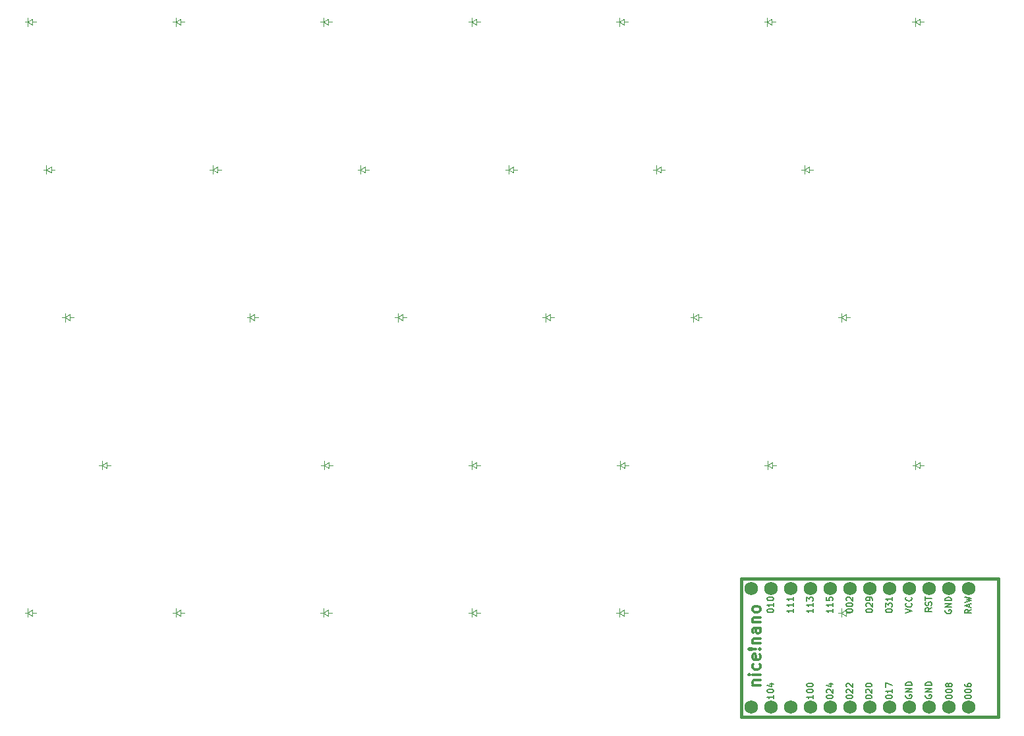
<source format=gbr>
%TF.GenerationSoftware,KiCad,Pcbnew,9.0.7*%
%TF.CreationDate,2026-01-20T23:15:53-08:00*%
%TF.ProjectId,left,6c656674-2e6b-4696-9361-645f70636258,v1.0.0*%
%TF.SameCoordinates,Original*%
%TF.FileFunction,Legend,Top*%
%TF.FilePolarity,Positive*%
%FSLAX46Y46*%
G04 Gerber Fmt 4.6, Leading zero omitted, Abs format (unit mm)*
G04 Created by KiCad (PCBNEW 9.0.7) date 2026-01-20 23:15:53*
%MOMM*%
%LPD*%
G01*
G04 APERTURE LIST*
%ADD10C,0.150000*%
%ADD11C,0.300000*%
%ADD12C,0.100000*%
%ADD13C,0.381000*%
%ADD14C,1.752600*%
G04 APERTURE END LIST*
D10*
X217555390Y-146154856D02*
X217517295Y-146231046D01*
X217517295Y-146231046D02*
X217517295Y-146345332D01*
X217517295Y-146345332D02*
X217555390Y-146459618D01*
X217555390Y-146459618D02*
X217631580Y-146535808D01*
X217631580Y-146535808D02*
X217707771Y-146573903D01*
X217707771Y-146573903D02*
X217860152Y-146611999D01*
X217860152Y-146611999D02*
X217974438Y-146611999D01*
X217974438Y-146611999D02*
X218126819Y-146573903D01*
X218126819Y-146573903D02*
X218203009Y-146535808D01*
X218203009Y-146535808D02*
X218279200Y-146459618D01*
X218279200Y-146459618D02*
X218317295Y-146345332D01*
X218317295Y-146345332D02*
X218317295Y-146269141D01*
X218317295Y-146269141D02*
X218279200Y-146154856D01*
X218279200Y-146154856D02*
X218241104Y-146116760D01*
X218241104Y-146116760D02*
X217974438Y-146116760D01*
X217974438Y-146116760D02*
X217974438Y-146269141D01*
X218317295Y-145773903D02*
X217517295Y-145773903D01*
X217517295Y-145773903D02*
X218317295Y-145316760D01*
X218317295Y-145316760D02*
X217517295Y-145316760D01*
X218317295Y-144935808D02*
X217517295Y-144935808D01*
X217517295Y-144935808D02*
X217517295Y-144745332D01*
X217517295Y-144745332D02*
X217555390Y-144631046D01*
X217555390Y-144631046D02*
X217631580Y-144554856D01*
X217631580Y-144554856D02*
X217707771Y-144516761D01*
X217707771Y-144516761D02*
X217860152Y-144478665D01*
X217860152Y-144478665D02*
X217974438Y-144478665D01*
X217974438Y-144478665D02*
X218126819Y-144516761D01*
X218126819Y-144516761D02*
X218203009Y-144554856D01*
X218203009Y-144554856D02*
X218279200Y-144631046D01*
X218279200Y-144631046D02*
X218317295Y-144745332D01*
X218317295Y-144745332D02*
X218317295Y-144935808D01*
X212475390Y-157070523D02*
X212437295Y-157146713D01*
X212437295Y-157146713D02*
X212437295Y-157260999D01*
X212437295Y-157260999D02*
X212475390Y-157375285D01*
X212475390Y-157375285D02*
X212551580Y-157451475D01*
X212551580Y-157451475D02*
X212627771Y-157489570D01*
X212627771Y-157489570D02*
X212780152Y-157527666D01*
X212780152Y-157527666D02*
X212894438Y-157527666D01*
X212894438Y-157527666D02*
X213046819Y-157489570D01*
X213046819Y-157489570D02*
X213123009Y-157451475D01*
X213123009Y-157451475D02*
X213199200Y-157375285D01*
X213199200Y-157375285D02*
X213237295Y-157260999D01*
X213237295Y-157260999D02*
X213237295Y-157184808D01*
X213237295Y-157184808D02*
X213199200Y-157070523D01*
X213199200Y-157070523D02*
X213161104Y-157032427D01*
X213161104Y-157032427D02*
X212894438Y-157032427D01*
X212894438Y-157032427D02*
X212894438Y-157184808D01*
X213237295Y-156689570D02*
X212437295Y-156689570D01*
X212437295Y-156689570D02*
X213237295Y-156232427D01*
X213237295Y-156232427D02*
X212437295Y-156232427D01*
X213237295Y-155851475D02*
X212437295Y-155851475D01*
X212437295Y-155851475D02*
X212437295Y-155660999D01*
X212437295Y-155660999D02*
X212475390Y-155546713D01*
X212475390Y-155546713D02*
X212551580Y-155470523D01*
X212551580Y-155470523D02*
X212627771Y-155432428D01*
X212627771Y-155432428D02*
X212780152Y-155394332D01*
X212780152Y-155394332D02*
X212894438Y-155394332D01*
X212894438Y-155394332D02*
X213046819Y-155432428D01*
X213046819Y-155432428D02*
X213123009Y-155470523D01*
X213123009Y-155470523D02*
X213199200Y-155546713D01*
X213199200Y-155546713D02*
X213237295Y-155660999D01*
X213237295Y-155660999D02*
X213237295Y-155851475D01*
X220857295Y-146078665D02*
X220476342Y-146345332D01*
X220857295Y-146535808D02*
X220057295Y-146535808D01*
X220057295Y-146535808D02*
X220057295Y-146231046D01*
X220057295Y-146231046D02*
X220095390Y-146154856D01*
X220095390Y-146154856D02*
X220133485Y-146116761D01*
X220133485Y-146116761D02*
X220209676Y-146078665D01*
X220209676Y-146078665D02*
X220323961Y-146078665D01*
X220323961Y-146078665D02*
X220400152Y-146116761D01*
X220400152Y-146116761D02*
X220438247Y-146154856D01*
X220438247Y-146154856D02*
X220476342Y-146231046D01*
X220476342Y-146231046D02*
X220476342Y-146535808D01*
X220628723Y-145773904D02*
X220628723Y-145392951D01*
X220857295Y-145850094D02*
X220057295Y-145583427D01*
X220057295Y-145583427D02*
X220857295Y-145316761D01*
X220057295Y-145126285D02*
X220857295Y-144935809D01*
X220857295Y-144935809D02*
X220285866Y-144783428D01*
X220285866Y-144783428D02*
X220857295Y-144631047D01*
X220857295Y-144631047D02*
X220057295Y-144440571D01*
X207357295Y-146262808D02*
X207357295Y-146186618D01*
X207357295Y-146186618D02*
X207395390Y-146110427D01*
X207395390Y-146110427D02*
X207433485Y-146072332D01*
X207433485Y-146072332D02*
X207509676Y-146034237D01*
X207509676Y-146034237D02*
X207662057Y-145996142D01*
X207662057Y-145996142D02*
X207852533Y-145996142D01*
X207852533Y-145996142D02*
X208004914Y-146034237D01*
X208004914Y-146034237D02*
X208081104Y-146072332D01*
X208081104Y-146072332D02*
X208119200Y-146110427D01*
X208119200Y-146110427D02*
X208157295Y-146186618D01*
X208157295Y-146186618D02*
X208157295Y-146262808D01*
X208157295Y-146262808D02*
X208119200Y-146338999D01*
X208119200Y-146338999D02*
X208081104Y-146377094D01*
X208081104Y-146377094D02*
X208004914Y-146415189D01*
X208004914Y-146415189D02*
X207852533Y-146453285D01*
X207852533Y-146453285D02*
X207662057Y-146453285D01*
X207662057Y-146453285D02*
X207509676Y-146415189D01*
X207509676Y-146415189D02*
X207433485Y-146377094D01*
X207433485Y-146377094D02*
X207395390Y-146338999D01*
X207395390Y-146338999D02*
X207357295Y-146262808D01*
X207433485Y-145691380D02*
X207395390Y-145653284D01*
X207395390Y-145653284D02*
X207357295Y-145577094D01*
X207357295Y-145577094D02*
X207357295Y-145386618D01*
X207357295Y-145386618D02*
X207395390Y-145310427D01*
X207395390Y-145310427D02*
X207433485Y-145272332D01*
X207433485Y-145272332D02*
X207509676Y-145234237D01*
X207509676Y-145234237D02*
X207585866Y-145234237D01*
X207585866Y-145234237D02*
X207700152Y-145272332D01*
X207700152Y-145272332D02*
X208157295Y-145729475D01*
X208157295Y-145729475D02*
X208157295Y-145234237D01*
X208157295Y-144853284D02*
X208157295Y-144700903D01*
X208157295Y-144700903D02*
X208119200Y-144624713D01*
X208119200Y-144624713D02*
X208081104Y-144586617D01*
X208081104Y-144586617D02*
X207966819Y-144510427D01*
X207966819Y-144510427D02*
X207814438Y-144472332D01*
X207814438Y-144472332D02*
X207509676Y-144472332D01*
X207509676Y-144472332D02*
X207433485Y-144510427D01*
X207433485Y-144510427D02*
X207395390Y-144548522D01*
X207395390Y-144548522D02*
X207357295Y-144624713D01*
X207357295Y-144624713D02*
X207357295Y-144777094D01*
X207357295Y-144777094D02*
X207395390Y-144853284D01*
X207395390Y-144853284D02*
X207433485Y-144891379D01*
X207433485Y-144891379D02*
X207509676Y-144929475D01*
X207509676Y-144929475D02*
X207700152Y-144929475D01*
X207700152Y-144929475D02*
X207776342Y-144891379D01*
X207776342Y-144891379D02*
X207814438Y-144853284D01*
X207814438Y-144853284D02*
X207852533Y-144777094D01*
X207852533Y-144777094D02*
X207852533Y-144624713D01*
X207852533Y-144624713D02*
X207814438Y-144548522D01*
X207814438Y-144548522D02*
X207776342Y-144510427D01*
X207776342Y-144510427D02*
X207700152Y-144472332D01*
X204817295Y-146262808D02*
X204817295Y-146186618D01*
X204817295Y-146186618D02*
X204855390Y-146110427D01*
X204855390Y-146110427D02*
X204893485Y-146072332D01*
X204893485Y-146072332D02*
X204969676Y-146034237D01*
X204969676Y-146034237D02*
X205122057Y-145996142D01*
X205122057Y-145996142D02*
X205312533Y-145996142D01*
X205312533Y-145996142D02*
X205464914Y-146034237D01*
X205464914Y-146034237D02*
X205541104Y-146072332D01*
X205541104Y-146072332D02*
X205579200Y-146110427D01*
X205579200Y-146110427D02*
X205617295Y-146186618D01*
X205617295Y-146186618D02*
X205617295Y-146262808D01*
X205617295Y-146262808D02*
X205579200Y-146338999D01*
X205579200Y-146338999D02*
X205541104Y-146377094D01*
X205541104Y-146377094D02*
X205464914Y-146415189D01*
X205464914Y-146415189D02*
X205312533Y-146453285D01*
X205312533Y-146453285D02*
X205122057Y-146453285D01*
X205122057Y-146453285D02*
X204969676Y-146415189D01*
X204969676Y-146415189D02*
X204893485Y-146377094D01*
X204893485Y-146377094D02*
X204855390Y-146338999D01*
X204855390Y-146338999D02*
X204817295Y-146262808D01*
X204817295Y-145500903D02*
X204817295Y-145424713D01*
X204817295Y-145424713D02*
X204855390Y-145348522D01*
X204855390Y-145348522D02*
X204893485Y-145310427D01*
X204893485Y-145310427D02*
X204969676Y-145272332D01*
X204969676Y-145272332D02*
X205122057Y-145234237D01*
X205122057Y-145234237D02*
X205312533Y-145234237D01*
X205312533Y-145234237D02*
X205464914Y-145272332D01*
X205464914Y-145272332D02*
X205541104Y-145310427D01*
X205541104Y-145310427D02*
X205579200Y-145348522D01*
X205579200Y-145348522D02*
X205617295Y-145424713D01*
X205617295Y-145424713D02*
X205617295Y-145500903D01*
X205617295Y-145500903D02*
X205579200Y-145577094D01*
X205579200Y-145577094D02*
X205541104Y-145615189D01*
X205541104Y-145615189D02*
X205464914Y-145653284D01*
X205464914Y-145653284D02*
X205312533Y-145691380D01*
X205312533Y-145691380D02*
X205122057Y-145691380D01*
X205122057Y-145691380D02*
X204969676Y-145653284D01*
X204969676Y-145653284D02*
X204893485Y-145615189D01*
X204893485Y-145615189D02*
X204855390Y-145577094D01*
X204855390Y-145577094D02*
X204817295Y-145500903D01*
X204893485Y-144929475D02*
X204855390Y-144891379D01*
X204855390Y-144891379D02*
X204817295Y-144815189D01*
X204817295Y-144815189D02*
X204817295Y-144624713D01*
X204817295Y-144624713D02*
X204855390Y-144548522D01*
X204855390Y-144548522D02*
X204893485Y-144510427D01*
X204893485Y-144510427D02*
X204969676Y-144472332D01*
X204969676Y-144472332D02*
X205045866Y-144472332D01*
X205045866Y-144472332D02*
X205160152Y-144510427D01*
X205160152Y-144510427D02*
X205617295Y-144967570D01*
X205617295Y-144967570D02*
X205617295Y-144472332D01*
X197997295Y-145996142D02*
X197997295Y-146453285D01*
X197997295Y-146224713D02*
X197197295Y-146224713D01*
X197197295Y-146224713D02*
X197311580Y-146300904D01*
X197311580Y-146300904D02*
X197387771Y-146377094D01*
X197387771Y-146377094D02*
X197425866Y-146453285D01*
X197997295Y-145234237D02*
X197997295Y-145691380D01*
X197997295Y-145462808D02*
X197197295Y-145462808D01*
X197197295Y-145462808D02*
X197311580Y-145538999D01*
X197311580Y-145538999D02*
X197387771Y-145615189D01*
X197387771Y-145615189D02*
X197425866Y-145691380D01*
X197997295Y-144472332D02*
X197997295Y-144929475D01*
X197997295Y-144700903D02*
X197197295Y-144700903D01*
X197197295Y-144700903D02*
X197311580Y-144777094D01*
X197311580Y-144777094D02*
X197387771Y-144853284D01*
X197387771Y-144853284D02*
X197425866Y-144929475D01*
X212437295Y-146529475D02*
X213237295Y-146262808D01*
X213237295Y-146262808D02*
X212437295Y-145996142D01*
X213161104Y-145272332D02*
X213199200Y-145310428D01*
X213199200Y-145310428D02*
X213237295Y-145424713D01*
X213237295Y-145424713D02*
X213237295Y-145500904D01*
X213237295Y-145500904D02*
X213199200Y-145615190D01*
X213199200Y-145615190D02*
X213123009Y-145691380D01*
X213123009Y-145691380D02*
X213046819Y-145729475D01*
X213046819Y-145729475D02*
X212894438Y-145767571D01*
X212894438Y-145767571D02*
X212780152Y-145767571D01*
X212780152Y-145767571D02*
X212627771Y-145729475D01*
X212627771Y-145729475D02*
X212551580Y-145691380D01*
X212551580Y-145691380D02*
X212475390Y-145615190D01*
X212475390Y-145615190D02*
X212437295Y-145500904D01*
X212437295Y-145500904D02*
X212437295Y-145424713D01*
X212437295Y-145424713D02*
X212475390Y-145310428D01*
X212475390Y-145310428D02*
X212513485Y-145272332D01*
X213161104Y-144472332D02*
X213199200Y-144510428D01*
X213199200Y-144510428D02*
X213237295Y-144624713D01*
X213237295Y-144624713D02*
X213237295Y-144700904D01*
X213237295Y-144700904D02*
X213199200Y-144815190D01*
X213199200Y-144815190D02*
X213123009Y-144891380D01*
X213123009Y-144891380D02*
X213046819Y-144929475D01*
X213046819Y-144929475D02*
X212894438Y-144967571D01*
X212894438Y-144967571D02*
X212780152Y-144967571D01*
X212780152Y-144967571D02*
X212627771Y-144929475D01*
X212627771Y-144929475D02*
X212551580Y-144891380D01*
X212551580Y-144891380D02*
X212475390Y-144815190D01*
X212475390Y-144815190D02*
X212437295Y-144700904D01*
X212437295Y-144700904D02*
X212437295Y-144624713D01*
X212437295Y-144624713D02*
X212475390Y-144510428D01*
X212475390Y-144510428D02*
X212513485Y-144472332D01*
X195457295Y-157070523D02*
X195457295Y-157527666D01*
X195457295Y-157299094D02*
X194657295Y-157299094D01*
X194657295Y-157299094D02*
X194771580Y-157375285D01*
X194771580Y-157375285D02*
X194847771Y-157451475D01*
X194847771Y-157451475D02*
X194885866Y-157527666D01*
X194657295Y-156575284D02*
X194657295Y-156499094D01*
X194657295Y-156499094D02*
X194695390Y-156422903D01*
X194695390Y-156422903D02*
X194733485Y-156384808D01*
X194733485Y-156384808D02*
X194809676Y-156346713D01*
X194809676Y-156346713D02*
X194962057Y-156308618D01*
X194962057Y-156308618D02*
X195152533Y-156308618D01*
X195152533Y-156308618D02*
X195304914Y-156346713D01*
X195304914Y-156346713D02*
X195381104Y-156384808D01*
X195381104Y-156384808D02*
X195419200Y-156422903D01*
X195419200Y-156422903D02*
X195457295Y-156499094D01*
X195457295Y-156499094D02*
X195457295Y-156575284D01*
X195457295Y-156575284D02*
X195419200Y-156651475D01*
X195419200Y-156651475D02*
X195381104Y-156689570D01*
X195381104Y-156689570D02*
X195304914Y-156727665D01*
X195304914Y-156727665D02*
X195152533Y-156765761D01*
X195152533Y-156765761D02*
X194962057Y-156765761D01*
X194962057Y-156765761D02*
X194809676Y-156727665D01*
X194809676Y-156727665D02*
X194733485Y-156689570D01*
X194733485Y-156689570D02*
X194695390Y-156651475D01*
X194695390Y-156651475D02*
X194657295Y-156575284D01*
X194923961Y-155622903D02*
X195457295Y-155622903D01*
X194619200Y-155813379D02*
X195190628Y-156003856D01*
X195190628Y-156003856D02*
X195190628Y-155508617D01*
X200537295Y-145996142D02*
X200537295Y-146453285D01*
X200537295Y-146224713D02*
X199737295Y-146224713D01*
X199737295Y-146224713D02*
X199851580Y-146300904D01*
X199851580Y-146300904D02*
X199927771Y-146377094D01*
X199927771Y-146377094D02*
X199965866Y-146453285D01*
X200537295Y-145234237D02*
X200537295Y-145691380D01*
X200537295Y-145462808D02*
X199737295Y-145462808D01*
X199737295Y-145462808D02*
X199851580Y-145538999D01*
X199851580Y-145538999D02*
X199927771Y-145615189D01*
X199927771Y-145615189D02*
X199965866Y-145691380D01*
X199737295Y-144967570D02*
X199737295Y-144472332D01*
X199737295Y-144472332D02*
X200042057Y-144738998D01*
X200042057Y-144738998D02*
X200042057Y-144624713D01*
X200042057Y-144624713D02*
X200080152Y-144548522D01*
X200080152Y-144548522D02*
X200118247Y-144510427D01*
X200118247Y-144510427D02*
X200194438Y-144472332D01*
X200194438Y-144472332D02*
X200384914Y-144472332D01*
X200384914Y-144472332D02*
X200461104Y-144510427D01*
X200461104Y-144510427D02*
X200499200Y-144548522D01*
X200499200Y-144548522D02*
X200537295Y-144624713D01*
X200537295Y-144624713D02*
X200537295Y-144853284D01*
X200537295Y-144853284D02*
X200499200Y-144929475D01*
X200499200Y-144929475D02*
X200461104Y-144967570D01*
X194657295Y-146262808D02*
X194657295Y-146186618D01*
X194657295Y-146186618D02*
X194695390Y-146110427D01*
X194695390Y-146110427D02*
X194733485Y-146072332D01*
X194733485Y-146072332D02*
X194809676Y-146034237D01*
X194809676Y-146034237D02*
X194962057Y-145996142D01*
X194962057Y-145996142D02*
X195152533Y-145996142D01*
X195152533Y-145996142D02*
X195304914Y-146034237D01*
X195304914Y-146034237D02*
X195381104Y-146072332D01*
X195381104Y-146072332D02*
X195419200Y-146110427D01*
X195419200Y-146110427D02*
X195457295Y-146186618D01*
X195457295Y-146186618D02*
X195457295Y-146262808D01*
X195457295Y-146262808D02*
X195419200Y-146338999D01*
X195419200Y-146338999D02*
X195381104Y-146377094D01*
X195381104Y-146377094D02*
X195304914Y-146415189D01*
X195304914Y-146415189D02*
X195152533Y-146453285D01*
X195152533Y-146453285D02*
X194962057Y-146453285D01*
X194962057Y-146453285D02*
X194809676Y-146415189D01*
X194809676Y-146415189D02*
X194733485Y-146377094D01*
X194733485Y-146377094D02*
X194695390Y-146338999D01*
X194695390Y-146338999D02*
X194657295Y-146262808D01*
X195457295Y-145234237D02*
X195457295Y-145691380D01*
X195457295Y-145462808D02*
X194657295Y-145462808D01*
X194657295Y-145462808D02*
X194771580Y-145538999D01*
X194771580Y-145538999D02*
X194847771Y-145615189D01*
X194847771Y-145615189D02*
X194885866Y-145691380D01*
X194657295Y-144738998D02*
X194657295Y-144662808D01*
X194657295Y-144662808D02*
X194695390Y-144586617D01*
X194695390Y-144586617D02*
X194733485Y-144548522D01*
X194733485Y-144548522D02*
X194809676Y-144510427D01*
X194809676Y-144510427D02*
X194962057Y-144472332D01*
X194962057Y-144472332D02*
X195152533Y-144472332D01*
X195152533Y-144472332D02*
X195304914Y-144510427D01*
X195304914Y-144510427D02*
X195381104Y-144548522D01*
X195381104Y-144548522D02*
X195419200Y-144586617D01*
X195419200Y-144586617D02*
X195457295Y-144662808D01*
X195457295Y-144662808D02*
X195457295Y-144738998D01*
X195457295Y-144738998D02*
X195419200Y-144815189D01*
X195419200Y-144815189D02*
X195381104Y-144853284D01*
X195381104Y-144853284D02*
X195304914Y-144891379D01*
X195304914Y-144891379D02*
X195152533Y-144929475D01*
X195152533Y-144929475D02*
X194962057Y-144929475D01*
X194962057Y-144929475D02*
X194809676Y-144891379D01*
X194809676Y-144891379D02*
X194733485Y-144853284D01*
X194733485Y-144853284D02*
X194695390Y-144815189D01*
X194695390Y-144815189D02*
X194657295Y-144738998D01*
D11*
X192741328Y-155781714D02*
X193741328Y-155781714D01*
X192884185Y-155781714D02*
X192812757Y-155710285D01*
X192812757Y-155710285D02*
X192741328Y-155567428D01*
X192741328Y-155567428D02*
X192741328Y-155353142D01*
X192741328Y-155353142D02*
X192812757Y-155210285D01*
X192812757Y-155210285D02*
X192955614Y-155138857D01*
X192955614Y-155138857D02*
X193741328Y-155138857D01*
X193741328Y-154424571D02*
X192741328Y-154424571D01*
X192241328Y-154424571D02*
X192312757Y-154495999D01*
X192312757Y-154495999D02*
X192384185Y-154424571D01*
X192384185Y-154424571D02*
X192312757Y-154353142D01*
X192312757Y-154353142D02*
X192241328Y-154424571D01*
X192241328Y-154424571D02*
X192384185Y-154424571D01*
X193669900Y-153067428D02*
X193741328Y-153210285D01*
X193741328Y-153210285D02*
X193741328Y-153495999D01*
X193741328Y-153495999D02*
X193669900Y-153638856D01*
X193669900Y-153638856D02*
X193598471Y-153710285D01*
X193598471Y-153710285D02*
X193455614Y-153781713D01*
X193455614Y-153781713D02*
X193027042Y-153781713D01*
X193027042Y-153781713D02*
X192884185Y-153710285D01*
X192884185Y-153710285D02*
X192812757Y-153638856D01*
X192812757Y-153638856D02*
X192741328Y-153495999D01*
X192741328Y-153495999D02*
X192741328Y-153210285D01*
X192741328Y-153210285D02*
X192812757Y-153067428D01*
X193669900Y-151853142D02*
X193741328Y-151995999D01*
X193741328Y-151995999D02*
X193741328Y-152281714D01*
X193741328Y-152281714D02*
X193669900Y-152424571D01*
X193669900Y-152424571D02*
X193527042Y-152495999D01*
X193527042Y-152495999D02*
X192955614Y-152495999D01*
X192955614Y-152495999D02*
X192812757Y-152424571D01*
X192812757Y-152424571D02*
X192741328Y-152281714D01*
X192741328Y-152281714D02*
X192741328Y-151995999D01*
X192741328Y-151995999D02*
X192812757Y-151853142D01*
X192812757Y-151853142D02*
X192955614Y-151781714D01*
X192955614Y-151781714D02*
X193098471Y-151781714D01*
X193098471Y-151781714D02*
X193241328Y-152495999D01*
X193598471Y-151138857D02*
X193669900Y-151067428D01*
X193669900Y-151067428D02*
X193741328Y-151138857D01*
X193741328Y-151138857D02*
X193669900Y-151210285D01*
X193669900Y-151210285D02*
X193598471Y-151138857D01*
X193598471Y-151138857D02*
X193741328Y-151138857D01*
X193169900Y-151138857D02*
X192312757Y-151210285D01*
X192312757Y-151210285D02*
X192241328Y-151138857D01*
X192241328Y-151138857D02*
X192312757Y-151067428D01*
X192312757Y-151067428D02*
X193169900Y-151138857D01*
X193169900Y-151138857D02*
X192241328Y-151138857D01*
X192741328Y-150424571D02*
X193741328Y-150424571D01*
X192884185Y-150424571D02*
X192812757Y-150353142D01*
X192812757Y-150353142D02*
X192741328Y-150210285D01*
X192741328Y-150210285D02*
X192741328Y-149995999D01*
X192741328Y-149995999D02*
X192812757Y-149853142D01*
X192812757Y-149853142D02*
X192955614Y-149781714D01*
X192955614Y-149781714D02*
X193741328Y-149781714D01*
X193741328Y-148424571D02*
X192955614Y-148424571D01*
X192955614Y-148424571D02*
X192812757Y-148495999D01*
X192812757Y-148495999D02*
X192741328Y-148638856D01*
X192741328Y-148638856D02*
X192741328Y-148924571D01*
X192741328Y-148924571D02*
X192812757Y-149067428D01*
X193669900Y-148424571D02*
X193741328Y-148567428D01*
X193741328Y-148567428D02*
X193741328Y-148924571D01*
X193741328Y-148924571D02*
X193669900Y-149067428D01*
X193669900Y-149067428D02*
X193527042Y-149138856D01*
X193527042Y-149138856D02*
X193384185Y-149138856D01*
X193384185Y-149138856D02*
X193241328Y-149067428D01*
X193241328Y-149067428D02*
X193169900Y-148924571D01*
X193169900Y-148924571D02*
X193169900Y-148567428D01*
X193169900Y-148567428D02*
X193098471Y-148424571D01*
X192741328Y-147710285D02*
X193741328Y-147710285D01*
X192884185Y-147710285D02*
X192812757Y-147638856D01*
X192812757Y-147638856D02*
X192741328Y-147495999D01*
X192741328Y-147495999D02*
X192741328Y-147281713D01*
X192741328Y-147281713D02*
X192812757Y-147138856D01*
X192812757Y-147138856D02*
X192955614Y-147067428D01*
X192955614Y-147067428D02*
X193741328Y-147067428D01*
X193741328Y-146138856D02*
X193669900Y-146281713D01*
X193669900Y-146281713D02*
X193598471Y-146353142D01*
X193598471Y-146353142D02*
X193455614Y-146424570D01*
X193455614Y-146424570D02*
X193027042Y-146424570D01*
X193027042Y-146424570D02*
X192884185Y-146353142D01*
X192884185Y-146353142D02*
X192812757Y-146281713D01*
X192812757Y-146281713D02*
X192741328Y-146138856D01*
X192741328Y-146138856D02*
X192741328Y-145924570D01*
X192741328Y-145924570D02*
X192812757Y-145781713D01*
X192812757Y-145781713D02*
X192884185Y-145710285D01*
X192884185Y-145710285D02*
X193027042Y-145638856D01*
X193027042Y-145638856D02*
X193455614Y-145638856D01*
X193455614Y-145638856D02*
X193598471Y-145710285D01*
X193598471Y-145710285D02*
X193669900Y-145781713D01*
X193669900Y-145781713D02*
X193741328Y-145924570D01*
X193741328Y-145924570D02*
X193741328Y-146138856D01*
D10*
X202277295Y-157337189D02*
X202277295Y-157260999D01*
X202277295Y-157260999D02*
X202315390Y-157184808D01*
X202315390Y-157184808D02*
X202353485Y-157146713D01*
X202353485Y-157146713D02*
X202429676Y-157108618D01*
X202429676Y-157108618D02*
X202582057Y-157070523D01*
X202582057Y-157070523D02*
X202772533Y-157070523D01*
X202772533Y-157070523D02*
X202924914Y-157108618D01*
X202924914Y-157108618D02*
X203001104Y-157146713D01*
X203001104Y-157146713D02*
X203039200Y-157184808D01*
X203039200Y-157184808D02*
X203077295Y-157260999D01*
X203077295Y-157260999D02*
X203077295Y-157337189D01*
X203077295Y-157337189D02*
X203039200Y-157413380D01*
X203039200Y-157413380D02*
X203001104Y-157451475D01*
X203001104Y-157451475D02*
X202924914Y-157489570D01*
X202924914Y-157489570D02*
X202772533Y-157527666D01*
X202772533Y-157527666D02*
X202582057Y-157527666D01*
X202582057Y-157527666D02*
X202429676Y-157489570D01*
X202429676Y-157489570D02*
X202353485Y-157451475D01*
X202353485Y-157451475D02*
X202315390Y-157413380D01*
X202315390Y-157413380D02*
X202277295Y-157337189D01*
X202353485Y-156765761D02*
X202315390Y-156727665D01*
X202315390Y-156727665D02*
X202277295Y-156651475D01*
X202277295Y-156651475D02*
X202277295Y-156460999D01*
X202277295Y-156460999D02*
X202315390Y-156384808D01*
X202315390Y-156384808D02*
X202353485Y-156346713D01*
X202353485Y-156346713D02*
X202429676Y-156308618D01*
X202429676Y-156308618D02*
X202505866Y-156308618D01*
X202505866Y-156308618D02*
X202620152Y-156346713D01*
X202620152Y-156346713D02*
X203077295Y-156803856D01*
X203077295Y-156803856D02*
X203077295Y-156308618D01*
X202543961Y-155622903D02*
X203077295Y-155622903D01*
X202239200Y-155813379D02*
X202810628Y-156003856D01*
X202810628Y-156003856D02*
X202810628Y-155508617D01*
X200537295Y-157070523D02*
X200537295Y-157527666D01*
X200537295Y-157299094D02*
X199737295Y-157299094D01*
X199737295Y-157299094D02*
X199851580Y-157375285D01*
X199851580Y-157375285D02*
X199927771Y-157451475D01*
X199927771Y-157451475D02*
X199965866Y-157527666D01*
X199737295Y-156575284D02*
X199737295Y-156499094D01*
X199737295Y-156499094D02*
X199775390Y-156422903D01*
X199775390Y-156422903D02*
X199813485Y-156384808D01*
X199813485Y-156384808D02*
X199889676Y-156346713D01*
X199889676Y-156346713D02*
X200042057Y-156308618D01*
X200042057Y-156308618D02*
X200232533Y-156308618D01*
X200232533Y-156308618D02*
X200384914Y-156346713D01*
X200384914Y-156346713D02*
X200461104Y-156384808D01*
X200461104Y-156384808D02*
X200499200Y-156422903D01*
X200499200Y-156422903D02*
X200537295Y-156499094D01*
X200537295Y-156499094D02*
X200537295Y-156575284D01*
X200537295Y-156575284D02*
X200499200Y-156651475D01*
X200499200Y-156651475D02*
X200461104Y-156689570D01*
X200461104Y-156689570D02*
X200384914Y-156727665D01*
X200384914Y-156727665D02*
X200232533Y-156765761D01*
X200232533Y-156765761D02*
X200042057Y-156765761D01*
X200042057Y-156765761D02*
X199889676Y-156727665D01*
X199889676Y-156727665D02*
X199813485Y-156689570D01*
X199813485Y-156689570D02*
X199775390Y-156651475D01*
X199775390Y-156651475D02*
X199737295Y-156575284D01*
X199737295Y-155813379D02*
X199737295Y-155737189D01*
X199737295Y-155737189D02*
X199775390Y-155660998D01*
X199775390Y-155660998D02*
X199813485Y-155622903D01*
X199813485Y-155622903D02*
X199889676Y-155584808D01*
X199889676Y-155584808D02*
X200042057Y-155546713D01*
X200042057Y-155546713D02*
X200232533Y-155546713D01*
X200232533Y-155546713D02*
X200384914Y-155584808D01*
X200384914Y-155584808D02*
X200461104Y-155622903D01*
X200461104Y-155622903D02*
X200499200Y-155660998D01*
X200499200Y-155660998D02*
X200537295Y-155737189D01*
X200537295Y-155737189D02*
X200537295Y-155813379D01*
X200537295Y-155813379D02*
X200499200Y-155889570D01*
X200499200Y-155889570D02*
X200461104Y-155927665D01*
X200461104Y-155927665D02*
X200384914Y-155965760D01*
X200384914Y-155965760D02*
X200232533Y-156003856D01*
X200232533Y-156003856D02*
X200042057Y-156003856D01*
X200042057Y-156003856D02*
X199889676Y-155965760D01*
X199889676Y-155965760D02*
X199813485Y-155927665D01*
X199813485Y-155927665D02*
X199775390Y-155889570D01*
X199775390Y-155889570D02*
X199737295Y-155813379D01*
X217587295Y-157337189D02*
X217587295Y-157260999D01*
X217587295Y-157260999D02*
X217625390Y-157184808D01*
X217625390Y-157184808D02*
X217663485Y-157146713D01*
X217663485Y-157146713D02*
X217739676Y-157108618D01*
X217739676Y-157108618D02*
X217892057Y-157070523D01*
X217892057Y-157070523D02*
X218082533Y-157070523D01*
X218082533Y-157070523D02*
X218234914Y-157108618D01*
X218234914Y-157108618D02*
X218311104Y-157146713D01*
X218311104Y-157146713D02*
X218349200Y-157184808D01*
X218349200Y-157184808D02*
X218387295Y-157260999D01*
X218387295Y-157260999D02*
X218387295Y-157337189D01*
X218387295Y-157337189D02*
X218349200Y-157413380D01*
X218349200Y-157413380D02*
X218311104Y-157451475D01*
X218311104Y-157451475D02*
X218234914Y-157489570D01*
X218234914Y-157489570D02*
X218082533Y-157527666D01*
X218082533Y-157527666D02*
X217892057Y-157527666D01*
X217892057Y-157527666D02*
X217739676Y-157489570D01*
X217739676Y-157489570D02*
X217663485Y-157451475D01*
X217663485Y-157451475D02*
X217625390Y-157413380D01*
X217625390Y-157413380D02*
X217587295Y-157337189D01*
X217587295Y-156575284D02*
X217587295Y-156499094D01*
X217587295Y-156499094D02*
X217625390Y-156422903D01*
X217625390Y-156422903D02*
X217663485Y-156384808D01*
X217663485Y-156384808D02*
X217739676Y-156346713D01*
X217739676Y-156346713D02*
X217892057Y-156308618D01*
X217892057Y-156308618D02*
X218082533Y-156308618D01*
X218082533Y-156308618D02*
X218234914Y-156346713D01*
X218234914Y-156346713D02*
X218311104Y-156384808D01*
X218311104Y-156384808D02*
X218349200Y-156422903D01*
X218349200Y-156422903D02*
X218387295Y-156499094D01*
X218387295Y-156499094D02*
X218387295Y-156575284D01*
X218387295Y-156575284D02*
X218349200Y-156651475D01*
X218349200Y-156651475D02*
X218311104Y-156689570D01*
X218311104Y-156689570D02*
X218234914Y-156727665D01*
X218234914Y-156727665D02*
X218082533Y-156765761D01*
X218082533Y-156765761D02*
X217892057Y-156765761D01*
X217892057Y-156765761D02*
X217739676Y-156727665D01*
X217739676Y-156727665D02*
X217663485Y-156689570D01*
X217663485Y-156689570D02*
X217625390Y-156651475D01*
X217625390Y-156651475D02*
X217587295Y-156575284D01*
X217930152Y-155851475D02*
X217892057Y-155927665D01*
X217892057Y-155927665D02*
X217853961Y-155965760D01*
X217853961Y-155965760D02*
X217777771Y-156003856D01*
X217777771Y-156003856D02*
X217739676Y-156003856D01*
X217739676Y-156003856D02*
X217663485Y-155965760D01*
X217663485Y-155965760D02*
X217625390Y-155927665D01*
X217625390Y-155927665D02*
X217587295Y-155851475D01*
X217587295Y-155851475D02*
X217587295Y-155699094D01*
X217587295Y-155699094D02*
X217625390Y-155622903D01*
X217625390Y-155622903D02*
X217663485Y-155584808D01*
X217663485Y-155584808D02*
X217739676Y-155546713D01*
X217739676Y-155546713D02*
X217777771Y-155546713D01*
X217777771Y-155546713D02*
X217853961Y-155584808D01*
X217853961Y-155584808D02*
X217892057Y-155622903D01*
X217892057Y-155622903D02*
X217930152Y-155699094D01*
X217930152Y-155699094D02*
X217930152Y-155851475D01*
X217930152Y-155851475D02*
X217968247Y-155927665D01*
X217968247Y-155927665D02*
X218006342Y-155965760D01*
X218006342Y-155965760D02*
X218082533Y-156003856D01*
X218082533Y-156003856D02*
X218234914Y-156003856D01*
X218234914Y-156003856D02*
X218311104Y-155965760D01*
X218311104Y-155965760D02*
X218349200Y-155927665D01*
X218349200Y-155927665D02*
X218387295Y-155851475D01*
X218387295Y-155851475D02*
X218387295Y-155699094D01*
X218387295Y-155699094D02*
X218349200Y-155622903D01*
X218349200Y-155622903D02*
X218311104Y-155584808D01*
X218311104Y-155584808D02*
X218234914Y-155546713D01*
X218234914Y-155546713D02*
X218082533Y-155546713D01*
X218082533Y-155546713D02*
X218006342Y-155584808D01*
X218006342Y-155584808D02*
X217968247Y-155622903D01*
X217968247Y-155622903D02*
X217930152Y-155699094D01*
X215015390Y-157070523D02*
X214977295Y-157146713D01*
X214977295Y-157146713D02*
X214977295Y-157260999D01*
X214977295Y-157260999D02*
X215015390Y-157375285D01*
X215015390Y-157375285D02*
X215091580Y-157451475D01*
X215091580Y-157451475D02*
X215167771Y-157489570D01*
X215167771Y-157489570D02*
X215320152Y-157527666D01*
X215320152Y-157527666D02*
X215434438Y-157527666D01*
X215434438Y-157527666D02*
X215586819Y-157489570D01*
X215586819Y-157489570D02*
X215663009Y-157451475D01*
X215663009Y-157451475D02*
X215739200Y-157375285D01*
X215739200Y-157375285D02*
X215777295Y-157260999D01*
X215777295Y-157260999D02*
X215777295Y-157184808D01*
X215777295Y-157184808D02*
X215739200Y-157070523D01*
X215739200Y-157070523D02*
X215701104Y-157032427D01*
X215701104Y-157032427D02*
X215434438Y-157032427D01*
X215434438Y-157032427D02*
X215434438Y-157184808D01*
X215777295Y-156689570D02*
X214977295Y-156689570D01*
X214977295Y-156689570D02*
X215777295Y-156232427D01*
X215777295Y-156232427D02*
X214977295Y-156232427D01*
X215777295Y-155851475D02*
X214977295Y-155851475D01*
X214977295Y-155851475D02*
X214977295Y-155660999D01*
X214977295Y-155660999D02*
X215015390Y-155546713D01*
X215015390Y-155546713D02*
X215091580Y-155470523D01*
X215091580Y-155470523D02*
X215167771Y-155432428D01*
X215167771Y-155432428D02*
X215320152Y-155394332D01*
X215320152Y-155394332D02*
X215434438Y-155394332D01*
X215434438Y-155394332D02*
X215586819Y-155432428D01*
X215586819Y-155432428D02*
X215663009Y-155470523D01*
X215663009Y-155470523D02*
X215739200Y-155546713D01*
X215739200Y-155546713D02*
X215777295Y-155660999D01*
X215777295Y-155660999D02*
X215777295Y-155851475D01*
X209897295Y-146262808D02*
X209897295Y-146186618D01*
X209897295Y-146186618D02*
X209935390Y-146110427D01*
X209935390Y-146110427D02*
X209973485Y-146072332D01*
X209973485Y-146072332D02*
X210049676Y-146034237D01*
X210049676Y-146034237D02*
X210202057Y-145996142D01*
X210202057Y-145996142D02*
X210392533Y-145996142D01*
X210392533Y-145996142D02*
X210544914Y-146034237D01*
X210544914Y-146034237D02*
X210621104Y-146072332D01*
X210621104Y-146072332D02*
X210659200Y-146110427D01*
X210659200Y-146110427D02*
X210697295Y-146186618D01*
X210697295Y-146186618D02*
X210697295Y-146262808D01*
X210697295Y-146262808D02*
X210659200Y-146338999D01*
X210659200Y-146338999D02*
X210621104Y-146377094D01*
X210621104Y-146377094D02*
X210544914Y-146415189D01*
X210544914Y-146415189D02*
X210392533Y-146453285D01*
X210392533Y-146453285D02*
X210202057Y-146453285D01*
X210202057Y-146453285D02*
X210049676Y-146415189D01*
X210049676Y-146415189D02*
X209973485Y-146377094D01*
X209973485Y-146377094D02*
X209935390Y-146338999D01*
X209935390Y-146338999D02*
X209897295Y-146262808D01*
X209897295Y-145729475D02*
X209897295Y-145234237D01*
X209897295Y-145234237D02*
X210202057Y-145500903D01*
X210202057Y-145500903D02*
X210202057Y-145386618D01*
X210202057Y-145386618D02*
X210240152Y-145310427D01*
X210240152Y-145310427D02*
X210278247Y-145272332D01*
X210278247Y-145272332D02*
X210354438Y-145234237D01*
X210354438Y-145234237D02*
X210544914Y-145234237D01*
X210544914Y-145234237D02*
X210621104Y-145272332D01*
X210621104Y-145272332D02*
X210659200Y-145310427D01*
X210659200Y-145310427D02*
X210697295Y-145386618D01*
X210697295Y-145386618D02*
X210697295Y-145615189D01*
X210697295Y-145615189D02*
X210659200Y-145691380D01*
X210659200Y-145691380D02*
X210621104Y-145729475D01*
X210697295Y-144472332D02*
X210697295Y-144929475D01*
X210697295Y-144700903D02*
X209897295Y-144700903D01*
X209897295Y-144700903D02*
X210011580Y-144777094D01*
X210011580Y-144777094D02*
X210087771Y-144853284D01*
X210087771Y-144853284D02*
X210125866Y-144929475D01*
X215777295Y-145850094D02*
X215396342Y-146116761D01*
X215777295Y-146307237D02*
X214977295Y-146307237D01*
X214977295Y-146307237D02*
X214977295Y-146002475D01*
X214977295Y-146002475D02*
X215015390Y-145926285D01*
X215015390Y-145926285D02*
X215053485Y-145888190D01*
X215053485Y-145888190D02*
X215129676Y-145850094D01*
X215129676Y-145850094D02*
X215243961Y-145850094D01*
X215243961Y-145850094D02*
X215320152Y-145888190D01*
X215320152Y-145888190D02*
X215358247Y-145926285D01*
X215358247Y-145926285D02*
X215396342Y-146002475D01*
X215396342Y-146002475D02*
X215396342Y-146307237D01*
X215739200Y-145545333D02*
X215777295Y-145431047D01*
X215777295Y-145431047D02*
X215777295Y-145240571D01*
X215777295Y-145240571D02*
X215739200Y-145164380D01*
X215739200Y-145164380D02*
X215701104Y-145126285D01*
X215701104Y-145126285D02*
X215624914Y-145088190D01*
X215624914Y-145088190D02*
X215548723Y-145088190D01*
X215548723Y-145088190D02*
X215472533Y-145126285D01*
X215472533Y-145126285D02*
X215434438Y-145164380D01*
X215434438Y-145164380D02*
X215396342Y-145240571D01*
X215396342Y-145240571D02*
X215358247Y-145392952D01*
X215358247Y-145392952D02*
X215320152Y-145469142D01*
X215320152Y-145469142D02*
X215282057Y-145507237D01*
X215282057Y-145507237D02*
X215205866Y-145545333D01*
X215205866Y-145545333D02*
X215129676Y-145545333D01*
X215129676Y-145545333D02*
X215053485Y-145507237D01*
X215053485Y-145507237D02*
X215015390Y-145469142D01*
X215015390Y-145469142D02*
X214977295Y-145392952D01*
X214977295Y-145392952D02*
X214977295Y-145202475D01*
X214977295Y-145202475D02*
X215015390Y-145088190D01*
X214977295Y-144859618D02*
X214977295Y-144402475D01*
X215777295Y-144631047D02*
X214977295Y-144631047D01*
X220057295Y-157337189D02*
X220057295Y-157260999D01*
X220057295Y-157260999D02*
X220095390Y-157184808D01*
X220095390Y-157184808D02*
X220133485Y-157146713D01*
X220133485Y-157146713D02*
X220209676Y-157108618D01*
X220209676Y-157108618D02*
X220362057Y-157070523D01*
X220362057Y-157070523D02*
X220552533Y-157070523D01*
X220552533Y-157070523D02*
X220704914Y-157108618D01*
X220704914Y-157108618D02*
X220781104Y-157146713D01*
X220781104Y-157146713D02*
X220819200Y-157184808D01*
X220819200Y-157184808D02*
X220857295Y-157260999D01*
X220857295Y-157260999D02*
X220857295Y-157337189D01*
X220857295Y-157337189D02*
X220819200Y-157413380D01*
X220819200Y-157413380D02*
X220781104Y-157451475D01*
X220781104Y-157451475D02*
X220704914Y-157489570D01*
X220704914Y-157489570D02*
X220552533Y-157527666D01*
X220552533Y-157527666D02*
X220362057Y-157527666D01*
X220362057Y-157527666D02*
X220209676Y-157489570D01*
X220209676Y-157489570D02*
X220133485Y-157451475D01*
X220133485Y-157451475D02*
X220095390Y-157413380D01*
X220095390Y-157413380D02*
X220057295Y-157337189D01*
X220057295Y-156575284D02*
X220057295Y-156499094D01*
X220057295Y-156499094D02*
X220095390Y-156422903D01*
X220095390Y-156422903D02*
X220133485Y-156384808D01*
X220133485Y-156384808D02*
X220209676Y-156346713D01*
X220209676Y-156346713D02*
X220362057Y-156308618D01*
X220362057Y-156308618D02*
X220552533Y-156308618D01*
X220552533Y-156308618D02*
X220704914Y-156346713D01*
X220704914Y-156346713D02*
X220781104Y-156384808D01*
X220781104Y-156384808D02*
X220819200Y-156422903D01*
X220819200Y-156422903D02*
X220857295Y-156499094D01*
X220857295Y-156499094D02*
X220857295Y-156575284D01*
X220857295Y-156575284D02*
X220819200Y-156651475D01*
X220819200Y-156651475D02*
X220781104Y-156689570D01*
X220781104Y-156689570D02*
X220704914Y-156727665D01*
X220704914Y-156727665D02*
X220552533Y-156765761D01*
X220552533Y-156765761D02*
X220362057Y-156765761D01*
X220362057Y-156765761D02*
X220209676Y-156727665D01*
X220209676Y-156727665D02*
X220133485Y-156689570D01*
X220133485Y-156689570D02*
X220095390Y-156651475D01*
X220095390Y-156651475D02*
X220057295Y-156575284D01*
X220057295Y-155622903D02*
X220057295Y-155775284D01*
X220057295Y-155775284D02*
X220095390Y-155851475D01*
X220095390Y-155851475D02*
X220133485Y-155889570D01*
X220133485Y-155889570D02*
X220247771Y-155965760D01*
X220247771Y-155965760D02*
X220400152Y-156003856D01*
X220400152Y-156003856D02*
X220704914Y-156003856D01*
X220704914Y-156003856D02*
X220781104Y-155965760D01*
X220781104Y-155965760D02*
X220819200Y-155927665D01*
X220819200Y-155927665D02*
X220857295Y-155851475D01*
X220857295Y-155851475D02*
X220857295Y-155699094D01*
X220857295Y-155699094D02*
X220819200Y-155622903D01*
X220819200Y-155622903D02*
X220781104Y-155584808D01*
X220781104Y-155584808D02*
X220704914Y-155546713D01*
X220704914Y-155546713D02*
X220514438Y-155546713D01*
X220514438Y-155546713D02*
X220438247Y-155584808D01*
X220438247Y-155584808D02*
X220400152Y-155622903D01*
X220400152Y-155622903D02*
X220362057Y-155699094D01*
X220362057Y-155699094D02*
X220362057Y-155851475D01*
X220362057Y-155851475D02*
X220400152Y-155927665D01*
X220400152Y-155927665D02*
X220438247Y-155965760D01*
X220438247Y-155965760D02*
X220514438Y-156003856D01*
X209887295Y-157337189D02*
X209887295Y-157260999D01*
X209887295Y-157260999D02*
X209925390Y-157184808D01*
X209925390Y-157184808D02*
X209963485Y-157146713D01*
X209963485Y-157146713D02*
X210039676Y-157108618D01*
X210039676Y-157108618D02*
X210192057Y-157070523D01*
X210192057Y-157070523D02*
X210382533Y-157070523D01*
X210382533Y-157070523D02*
X210534914Y-157108618D01*
X210534914Y-157108618D02*
X210611104Y-157146713D01*
X210611104Y-157146713D02*
X210649200Y-157184808D01*
X210649200Y-157184808D02*
X210687295Y-157260999D01*
X210687295Y-157260999D02*
X210687295Y-157337189D01*
X210687295Y-157337189D02*
X210649200Y-157413380D01*
X210649200Y-157413380D02*
X210611104Y-157451475D01*
X210611104Y-157451475D02*
X210534914Y-157489570D01*
X210534914Y-157489570D02*
X210382533Y-157527666D01*
X210382533Y-157527666D02*
X210192057Y-157527666D01*
X210192057Y-157527666D02*
X210039676Y-157489570D01*
X210039676Y-157489570D02*
X209963485Y-157451475D01*
X209963485Y-157451475D02*
X209925390Y-157413380D01*
X209925390Y-157413380D02*
X209887295Y-157337189D01*
X210687295Y-156308618D02*
X210687295Y-156765761D01*
X210687295Y-156537189D02*
X209887295Y-156537189D01*
X209887295Y-156537189D02*
X210001580Y-156613380D01*
X210001580Y-156613380D02*
X210077771Y-156689570D01*
X210077771Y-156689570D02*
X210115866Y-156765761D01*
X209887295Y-156041951D02*
X209887295Y-155508617D01*
X209887295Y-155508617D02*
X210687295Y-155851475D01*
X204787295Y-157337189D02*
X204787295Y-157260999D01*
X204787295Y-157260999D02*
X204825390Y-157184808D01*
X204825390Y-157184808D02*
X204863485Y-157146713D01*
X204863485Y-157146713D02*
X204939676Y-157108618D01*
X204939676Y-157108618D02*
X205092057Y-157070523D01*
X205092057Y-157070523D02*
X205282533Y-157070523D01*
X205282533Y-157070523D02*
X205434914Y-157108618D01*
X205434914Y-157108618D02*
X205511104Y-157146713D01*
X205511104Y-157146713D02*
X205549200Y-157184808D01*
X205549200Y-157184808D02*
X205587295Y-157260999D01*
X205587295Y-157260999D02*
X205587295Y-157337189D01*
X205587295Y-157337189D02*
X205549200Y-157413380D01*
X205549200Y-157413380D02*
X205511104Y-157451475D01*
X205511104Y-157451475D02*
X205434914Y-157489570D01*
X205434914Y-157489570D02*
X205282533Y-157527666D01*
X205282533Y-157527666D02*
X205092057Y-157527666D01*
X205092057Y-157527666D02*
X204939676Y-157489570D01*
X204939676Y-157489570D02*
X204863485Y-157451475D01*
X204863485Y-157451475D02*
X204825390Y-157413380D01*
X204825390Y-157413380D02*
X204787295Y-157337189D01*
X204863485Y-156765761D02*
X204825390Y-156727665D01*
X204825390Y-156727665D02*
X204787295Y-156651475D01*
X204787295Y-156651475D02*
X204787295Y-156460999D01*
X204787295Y-156460999D02*
X204825390Y-156384808D01*
X204825390Y-156384808D02*
X204863485Y-156346713D01*
X204863485Y-156346713D02*
X204939676Y-156308618D01*
X204939676Y-156308618D02*
X205015866Y-156308618D01*
X205015866Y-156308618D02*
X205130152Y-156346713D01*
X205130152Y-156346713D02*
X205587295Y-156803856D01*
X205587295Y-156803856D02*
X205587295Y-156308618D01*
X204863485Y-156003856D02*
X204825390Y-155965760D01*
X204825390Y-155965760D02*
X204787295Y-155889570D01*
X204787295Y-155889570D02*
X204787295Y-155699094D01*
X204787295Y-155699094D02*
X204825390Y-155622903D01*
X204825390Y-155622903D02*
X204863485Y-155584808D01*
X204863485Y-155584808D02*
X204939676Y-155546713D01*
X204939676Y-155546713D02*
X205015866Y-155546713D01*
X205015866Y-155546713D02*
X205130152Y-155584808D01*
X205130152Y-155584808D02*
X205587295Y-156041951D01*
X205587295Y-156041951D02*
X205587295Y-155546713D01*
X203077295Y-145996142D02*
X203077295Y-146453285D01*
X203077295Y-146224713D02*
X202277295Y-146224713D01*
X202277295Y-146224713D02*
X202391580Y-146300904D01*
X202391580Y-146300904D02*
X202467771Y-146377094D01*
X202467771Y-146377094D02*
X202505866Y-146453285D01*
X203077295Y-145234237D02*
X203077295Y-145691380D01*
X203077295Y-145462808D02*
X202277295Y-145462808D01*
X202277295Y-145462808D02*
X202391580Y-145538999D01*
X202391580Y-145538999D02*
X202467771Y-145615189D01*
X202467771Y-145615189D02*
X202505866Y-145691380D01*
X202277295Y-144510427D02*
X202277295Y-144891379D01*
X202277295Y-144891379D02*
X202658247Y-144929475D01*
X202658247Y-144929475D02*
X202620152Y-144891379D01*
X202620152Y-144891379D02*
X202582057Y-144815189D01*
X202582057Y-144815189D02*
X202582057Y-144624713D01*
X202582057Y-144624713D02*
X202620152Y-144548522D01*
X202620152Y-144548522D02*
X202658247Y-144510427D01*
X202658247Y-144510427D02*
X202734438Y-144472332D01*
X202734438Y-144472332D02*
X202924914Y-144472332D01*
X202924914Y-144472332D02*
X203001104Y-144510427D01*
X203001104Y-144510427D02*
X203039200Y-144548522D01*
X203039200Y-144548522D02*
X203077295Y-144624713D01*
X203077295Y-144624713D02*
X203077295Y-144815189D01*
X203077295Y-144815189D02*
X203039200Y-144891379D01*
X203039200Y-144891379D02*
X203001104Y-144929475D01*
X207287295Y-157337189D02*
X207287295Y-157260999D01*
X207287295Y-157260999D02*
X207325390Y-157184808D01*
X207325390Y-157184808D02*
X207363485Y-157146713D01*
X207363485Y-157146713D02*
X207439676Y-157108618D01*
X207439676Y-157108618D02*
X207592057Y-157070523D01*
X207592057Y-157070523D02*
X207782533Y-157070523D01*
X207782533Y-157070523D02*
X207934914Y-157108618D01*
X207934914Y-157108618D02*
X208011104Y-157146713D01*
X208011104Y-157146713D02*
X208049200Y-157184808D01*
X208049200Y-157184808D02*
X208087295Y-157260999D01*
X208087295Y-157260999D02*
X208087295Y-157337189D01*
X208087295Y-157337189D02*
X208049200Y-157413380D01*
X208049200Y-157413380D02*
X208011104Y-157451475D01*
X208011104Y-157451475D02*
X207934914Y-157489570D01*
X207934914Y-157489570D02*
X207782533Y-157527666D01*
X207782533Y-157527666D02*
X207592057Y-157527666D01*
X207592057Y-157527666D02*
X207439676Y-157489570D01*
X207439676Y-157489570D02*
X207363485Y-157451475D01*
X207363485Y-157451475D02*
X207325390Y-157413380D01*
X207325390Y-157413380D02*
X207287295Y-157337189D01*
X207363485Y-156765761D02*
X207325390Y-156727665D01*
X207325390Y-156727665D02*
X207287295Y-156651475D01*
X207287295Y-156651475D02*
X207287295Y-156460999D01*
X207287295Y-156460999D02*
X207325390Y-156384808D01*
X207325390Y-156384808D02*
X207363485Y-156346713D01*
X207363485Y-156346713D02*
X207439676Y-156308618D01*
X207439676Y-156308618D02*
X207515866Y-156308618D01*
X207515866Y-156308618D02*
X207630152Y-156346713D01*
X207630152Y-156346713D02*
X208087295Y-156803856D01*
X208087295Y-156803856D02*
X208087295Y-156308618D01*
X207287295Y-155813379D02*
X207287295Y-155737189D01*
X207287295Y-155737189D02*
X207325390Y-155660998D01*
X207325390Y-155660998D02*
X207363485Y-155622903D01*
X207363485Y-155622903D02*
X207439676Y-155584808D01*
X207439676Y-155584808D02*
X207592057Y-155546713D01*
X207592057Y-155546713D02*
X207782533Y-155546713D01*
X207782533Y-155546713D02*
X207934914Y-155584808D01*
X207934914Y-155584808D02*
X208011104Y-155622903D01*
X208011104Y-155622903D02*
X208049200Y-155660998D01*
X208049200Y-155660998D02*
X208087295Y-155737189D01*
X208087295Y-155737189D02*
X208087295Y-155813379D01*
X208087295Y-155813379D02*
X208049200Y-155889570D01*
X208049200Y-155889570D02*
X208011104Y-155927665D01*
X208011104Y-155927665D02*
X207934914Y-155965760D01*
X207934914Y-155965760D02*
X207782533Y-156003856D01*
X207782533Y-156003856D02*
X207592057Y-156003856D01*
X207592057Y-156003856D02*
X207439676Y-155965760D01*
X207439676Y-155965760D02*
X207363485Y-155927665D01*
X207363485Y-155927665D02*
X207325390Y-155889570D01*
X207325390Y-155889570D02*
X207287295Y-155813379D01*
D12*
%TO.C,D28*%
X203775000Y-108500000D02*
X204175000Y-108500000D01*
X204175000Y-108500000D02*
X204175000Y-107950000D01*
X204175000Y-108500000D02*
X204175000Y-109050000D01*
X204175000Y-108500000D02*
X204775000Y-108100000D01*
X204775000Y-108100000D02*
X204775000Y-108900000D01*
X204775000Y-108500000D02*
X205275000Y-108500000D01*
X204775000Y-108900000D02*
X204175000Y-108500000D01*
%TO.C,D15*%
X137250000Y-70500000D02*
X137650000Y-70500000D01*
X137650000Y-70500000D02*
X137650000Y-69950000D01*
X137650000Y-70500000D02*
X137650000Y-71050000D01*
X137650000Y-70500000D02*
X138250000Y-70100000D01*
X138250000Y-70100000D02*
X138250000Y-70900000D01*
X138250000Y-70500000D02*
X138750000Y-70500000D01*
X138250000Y-70900000D02*
X137650000Y-70500000D01*
%TO.C,D24*%
X180012500Y-89500000D02*
X180412500Y-89500000D01*
X180412500Y-89500000D02*
X180412500Y-88950000D01*
X180412500Y-89500000D02*
X180412500Y-90050000D01*
X180412500Y-89500000D02*
X181012500Y-89100000D01*
X181012500Y-89100000D02*
X181012500Y-89900000D01*
X181012500Y-89500000D02*
X181512500Y-89500000D01*
X181012500Y-89900000D02*
X180412500Y-89500000D01*
%TO.C,D27*%
X213300000Y-127500000D02*
X213700000Y-127500000D01*
X213700000Y-127500000D02*
X213700000Y-126950000D01*
X213700000Y-127500000D02*
X213700000Y-128050000D01*
X213700000Y-127500000D02*
X214300000Y-127100000D01*
X214300000Y-127100000D02*
X214300000Y-127900000D01*
X214300000Y-127500000D02*
X214800000Y-127500000D01*
X214300000Y-127900000D02*
X213700000Y-127500000D01*
%TO.C,D29*%
X199012500Y-89500000D02*
X199412500Y-89500000D01*
X199412500Y-89500000D02*
X199412500Y-88950000D01*
X199412500Y-89500000D02*
X199412500Y-90050000D01*
X199412500Y-89500000D02*
X200012500Y-89100000D01*
X200012500Y-89100000D02*
X200012500Y-89900000D01*
X200012500Y-89500000D02*
X200512500Y-89500000D01*
X200012500Y-89900000D02*
X199412500Y-89500000D01*
%TO.C,D13*%
X146775000Y-108500000D02*
X147175000Y-108500000D01*
X147175000Y-108500000D02*
X147175000Y-107950000D01*
X147175000Y-108500000D02*
X147175000Y-109050000D01*
X147175000Y-108500000D02*
X147775000Y-108100000D01*
X147775000Y-108100000D02*
X147775000Y-108900000D01*
X147775000Y-108500000D02*
X148275000Y-108500000D01*
X147775000Y-108900000D02*
X147175000Y-108500000D01*
%TO.C,D23*%
X184775000Y-108500000D02*
X185175000Y-108500000D01*
X185175000Y-108500000D02*
X185175000Y-107950000D01*
X185175000Y-108500000D02*
X185175000Y-109050000D01*
X185175000Y-108500000D02*
X185775000Y-108100000D01*
X185775000Y-108100000D02*
X185775000Y-108900000D01*
X185775000Y-108500000D02*
X186275000Y-108500000D01*
X185775000Y-108900000D02*
X185175000Y-108500000D01*
%TO.C,D14*%
X142012500Y-89500000D02*
X142412500Y-89500000D01*
X142412500Y-89500000D02*
X142412500Y-88950000D01*
X142412500Y-89500000D02*
X142412500Y-90050000D01*
X142412500Y-89500000D02*
X143012500Y-89100000D01*
X143012500Y-89100000D02*
X143012500Y-89900000D01*
X143012500Y-89500000D02*
X143512500Y-89500000D01*
X143012500Y-89900000D02*
X142412500Y-89500000D01*
%TO.C,D31*%
X213250000Y-70500000D02*
X213650000Y-70500000D01*
X213650000Y-70500000D02*
X213650000Y-69950000D01*
X213650000Y-70500000D02*
X213650000Y-71050000D01*
X213650000Y-70500000D02*
X214250000Y-70100000D01*
X214250000Y-70100000D02*
X214250000Y-70900000D01*
X214250000Y-70500000D02*
X214750000Y-70500000D01*
X214250000Y-70900000D02*
X213650000Y-70500000D01*
%TO.C,D10*%
X118250000Y-70500000D02*
X118650000Y-70500000D01*
X118650000Y-70500000D02*
X118650000Y-69950000D01*
X118650000Y-70500000D02*
X118650000Y-71050000D01*
X118650000Y-70500000D02*
X119250000Y-70100000D01*
X119250000Y-70100000D02*
X119250000Y-70900000D01*
X119250000Y-70500000D02*
X119750000Y-70500000D01*
X119250000Y-70900000D02*
X118650000Y-70500000D01*
%TO.C,D30*%
X194250000Y-70500000D02*
X194650000Y-70500000D01*
X194650000Y-70500000D02*
X194650000Y-69950000D01*
X194650000Y-70500000D02*
X194650000Y-71050000D01*
X194650000Y-70500000D02*
X195250000Y-70100000D01*
X195250000Y-70100000D02*
X195250000Y-70900000D01*
X195250000Y-70500000D02*
X195750000Y-70500000D01*
X195250000Y-70900000D02*
X194650000Y-70500000D01*
%TO.C,D22*%
X194300000Y-127500000D02*
X194700000Y-127500000D01*
X194700000Y-127500000D02*
X194700000Y-126950000D01*
X194700000Y-127500000D02*
X194700000Y-128050000D01*
X194700000Y-127500000D02*
X195300000Y-127100000D01*
X195300000Y-127100000D02*
X195300000Y-127900000D01*
X195300000Y-127500000D02*
X195800000Y-127500000D01*
X195300000Y-127900000D02*
X194700000Y-127500000D01*
%TO.C,D3*%
X104012500Y-108500000D02*
X104412500Y-108500000D01*
X104412500Y-108500000D02*
X104412500Y-107950000D01*
X104412500Y-108500000D02*
X104412500Y-109050000D01*
X104412500Y-108500000D02*
X105012500Y-108100000D01*
X105012500Y-108100000D02*
X105012500Y-108900000D01*
X105012500Y-108500000D02*
X105512500Y-108500000D01*
X105012500Y-108900000D02*
X104412500Y-108500000D01*
%TO.C,D5*%
X99250000Y-70500000D02*
X99650000Y-70500000D01*
X99650000Y-70500000D02*
X99650000Y-69950000D01*
X99650000Y-70500000D02*
X99650000Y-71050000D01*
X99650000Y-70500000D02*
X100250000Y-70100000D01*
X100250000Y-70100000D02*
X100250000Y-70900000D01*
X100250000Y-70500000D02*
X100750000Y-70500000D01*
X100250000Y-70900000D02*
X99650000Y-70500000D01*
%TO.C,D2*%
X108775000Y-127500000D02*
X109175000Y-127500000D01*
X109175000Y-127500000D02*
X109175000Y-126950000D01*
X109175000Y-127500000D02*
X109175000Y-128050000D01*
X109175000Y-127500000D02*
X109775000Y-127100000D01*
X109775000Y-127100000D02*
X109775000Y-127900000D01*
X109775000Y-127500000D02*
X110275000Y-127500000D01*
X109775000Y-127900000D02*
X109175000Y-127500000D01*
%TO.C,D17*%
X175300000Y-127500000D02*
X175700000Y-127500000D01*
X175700000Y-127500000D02*
X175700000Y-126950000D01*
X175700000Y-127500000D02*
X175700000Y-128050000D01*
X175700000Y-127500000D02*
X176300000Y-127100000D01*
X176300000Y-127100000D02*
X176300000Y-127900000D01*
X176300000Y-127500000D02*
X176800000Y-127500000D01*
X176300000Y-127900000D02*
X175700000Y-127500000D01*
%TO.C,D11*%
X137250000Y-146500000D02*
X137650000Y-146500000D01*
X137650000Y-146500000D02*
X137650000Y-145950000D01*
X137650000Y-146500000D02*
X137650000Y-147050000D01*
X137650000Y-146500000D02*
X138250000Y-146100000D01*
X138250000Y-146100000D02*
X138250000Y-146900000D01*
X138250000Y-146500000D02*
X138750000Y-146500000D01*
X138250000Y-146900000D02*
X137650000Y-146500000D01*
%TO.C,D18*%
X165775000Y-108500000D02*
X166175000Y-108500000D01*
X166175000Y-108500000D02*
X166175000Y-107950000D01*
X166175000Y-108500000D02*
X166175000Y-109050000D01*
X166175000Y-108500000D02*
X166775000Y-108100000D01*
X166775000Y-108100000D02*
X166775000Y-108900000D01*
X166775000Y-108500000D02*
X167275000Y-108500000D01*
X166775000Y-108900000D02*
X166175000Y-108500000D01*
%TO.C,D12*%
X156300000Y-127500000D02*
X156700000Y-127500000D01*
X156700000Y-127500000D02*
X156700000Y-126950000D01*
X156700000Y-127500000D02*
X156700000Y-128050000D01*
X156700000Y-127500000D02*
X157300000Y-127100000D01*
X157300000Y-127100000D02*
X157300000Y-127900000D01*
X157300000Y-127500000D02*
X157800000Y-127500000D01*
X157300000Y-127900000D02*
X156700000Y-127500000D01*
%TO.C,D20*%
X156250000Y-70500000D02*
X156650000Y-70500000D01*
X156650000Y-70500000D02*
X156650000Y-69950000D01*
X156650000Y-70500000D02*
X156650000Y-71050000D01*
X156650000Y-70500000D02*
X157250000Y-70100000D01*
X157250000Y-70100000D02*
X157250000Y-70900000D01*
X157250000Y-70500000D02*
X157750000Y-70500000D01*
X157250000Y-70900000D02*
X156650000Y-70500000D01*
%TO.C,D16*%
X156250000Y-146500000D02*
X156650000Y-146500000D01*
X156650000Y-146500000D02*
X156650000Y-145950000D01*
X156650000Y-146500000D02*
X156650000Y-147050000D01*
X156650000Y-146500000D02*
X157250000Y-146100000D01*
X157250000Y-146100000D02*
X157250000Y-146900000D01*
X157250000Y-146500000D02*
X157750000Y-146500000D01*
X157250000Y-146900000D02*
X156650000Y-146500000D01*
%TO.C,D21*%
X175250000Y-146500000D02*
X175650000Y-146500000D01*
X175650000Y-146500000D02*
X175650000Y-145950000D01*
X175650000Y-146500000D02*
X175650000Y-147050000D01*
X175650000Y-146500000D02*
X176250000Y-146100000D01*
X176250000Y-146100000D02*
X176250000Y-146900000D01*
X176250000Y-146500000D02*
X176750000Y-146500000D01*
X176250000Y-146900000D02*
X175650000Y-146500000D01*
%TO.C,D8*%
X127775000Y-108500000D02*
X128175000Y-108500000D01*
X128175000Y-108500000D02*
X128175000Y-107950000D01*
X128175000Y-108500000D02*
X128175000Y-109050000D01*
X128175000Y-108500000D02*
X128775000Y-108100000D01*
X128775000Y-108100000D02*
X128775000Y-108900000D01*
X128775000Y-108500000D02*
X129275000Y-108500000D01*
X128775000Y-108900000D02*
X128175000Y-108500000D01*
%TO.C,D26*%
X203775000Y-146500000D02*
X204175000Y-146500000D01*
X204175000Y-146500000D02*
X204175000Y-145950000D01*
X204175000Y-146500000D02*
X204175000Y-147050000D01*
X204175000Y-146500000D02*
X204775000Y-146100000D01*
X204775000Y-146100000D02*
X204775000Y-146900000D01*
X204775000Y-146500000D02*
X205275000Y-146500000D01*
X204775000Y-146900000D02*
X204175000Y-146500000D01*
%TO.C,D7*%
X137300000Y-127500000D02*
X137700000Y-127500000D01*
X137700000Y-127500000D02*
X137700000Y-126950000D01*
X137700000Y-127500000D02*
X137700000Y-128050000D01*
X137700000Y-127500000D02*
X138300000Y-127100000D01*
X138300000Y-127100000D02*
X138300000Y-127900000D01*
X138300000Y-127500000D02*
X138800000Y-127500000D01*
X138300000Y-127900000D02*
X137700000Y-127500000D01*
%TO.C,D6*%
X118250000Y-146500000D02*
X118650000Y-146500000D01*
X118650000Y-146500000D02*
X118650000Y-145950000D01*
X118650000Y-146500000D02*
X118650000Y-147050000D01*
X118650000Y-146500000D02*
X119250000Y-146100000D01*
X119250000Y-146100000D02*
X119250000Y-146900000D01*
X119250000Y-146500000D02*
X119750000Y-146500000D01*
X119250000Y-146900000D02*
X118650000Y-146500000D01*
%TO.C,D19*%
X161012500Y-89500000D02*
X161412500Y-89500000D01*
X161412500Y-89500000D02*
X161412500Y-88950000D01*
X161412500Y-89500000D02*
X161412500Y-90050000D01*
X161412500Y-89500000D02*
X162012500Y-89100000D01*
X162012500Y-89100000D02*
X162012500Y-89900000D01*
X162012500Y-89500000D02*
X162512500Y-89500000D01*
X162012500Y-89900000D02*
X161412500Y-89500000D01*
%TO.C,D9*%
X123012500Y-89500000D02*
X123412500Y-89500000D01*
X123412500Y-89500000D02*
X123412500Y-88950000D01*
X123412500Y-89500000D02*
X123412500Y-90050000D01*
X123412500Y-89500000D02*
X124012500Y-89100000D01*
X124012500Y-89100000D02*
X124012500Y-89900000D01*
X124012500Y-89500000D02*
X124512500Y-89500000D01*
X124012500Y-89900000D02*
X123412500Y-89500000D01*
%TO.C,D1*%
X99250000Y-146500000D02*
X99650000Y-146500000D01*
X99650000Y-146500000D02*
X99650000Y-145950000D01*
X99650000Y-146500000D02*
X99650000Y-147050000D01*
X99650000Y-146500000D02*
X100250000Y-146100000D01*
X100250000Y-146100000D02*
X100250000Y-146900000D01*
X100250000Y-146500000D02*
X100750000Y-146500000D01*
X100250000Y-146900000D02*
X99650000Y-146500000D01*
%TO.C,D4*%
X101631250Y-89500000D02*
X102031250Y-89500000D01*
X102031250Y-89500000D02*
X102031250Y-88950000D01*
X102031250Y-89500000D02*
X102031250Y-90050000D01*
X102031250Y-89500000D02*
X102631250Y-89100000D01*
X102631250Y-89100000D02*
X102631250Y-89900000D01*
X102631250Y-89500000D02*
X103131250Y-89500000D01*
X102631250Y-89900000D02*
X102031250Y-89500000D01*
%TO.C,D25*%
X175250000Y-70500000D02*
X175650000Y-70500000D01*
X175650000Y-70500000D02*
X175650000Y-69950000D01*
X175650000Y-70500000D02*
X175650000Y-71050000D01*
X175650000Y-70500000D02*
X176250000Y-70100000D01*
X176250000Y-70100000D02*
X176250000Y-70900000D01*
X176250000Y-70500000D02*
X176750000Y-70500000D01*
X176250000Y-70900000D02*
X175650000Y-70500000D01*
D13*
%TO.C,MCU1*%
X191285000Y-142110000D02*
X191285000Y-159890000D01*
X191285000Y-159890000D02*
X224305000Y-159890000D01*
X224305000Y-142110000D02*
X191285000Y-142110000D01*
X224305000Y-159890000D02*
X224305000Y-142110000D01*
%TD*%
D14*
%TO.C,MCU1*%
X220495000Y-158620000D03*
X217955000Y-158620000D03*
X215415000Y-158620000D03*
X212875000Y-158620000D03*
X210335000Y-158620000D03*
X207795000Y-158620000D03*
X205255000Y-158620000D03*
X202715000Y-158620000D03*
X200175000Y-158620000D03*
X197635000Y-158620000D03*
X195095000Y-158620000D03*
X192555000Y-158620000D03*
X192555000Y-143380000D03*
X195095000Y-143380000D03*
X197635000Y-143380000D03*
X200175000Y-143380000D03*
X202715000Y-143380000D03*
X205255000Y-143380000D03*
X207795000Y-143380000D03*
X210335000Y-143380000D03*
X212875000Y-143380000D03*
X215415000Y-143380000D03*
X217955000Y-143380000D03*
X220495000Y-143380000D03*
%TD*%
M02*

</source>
